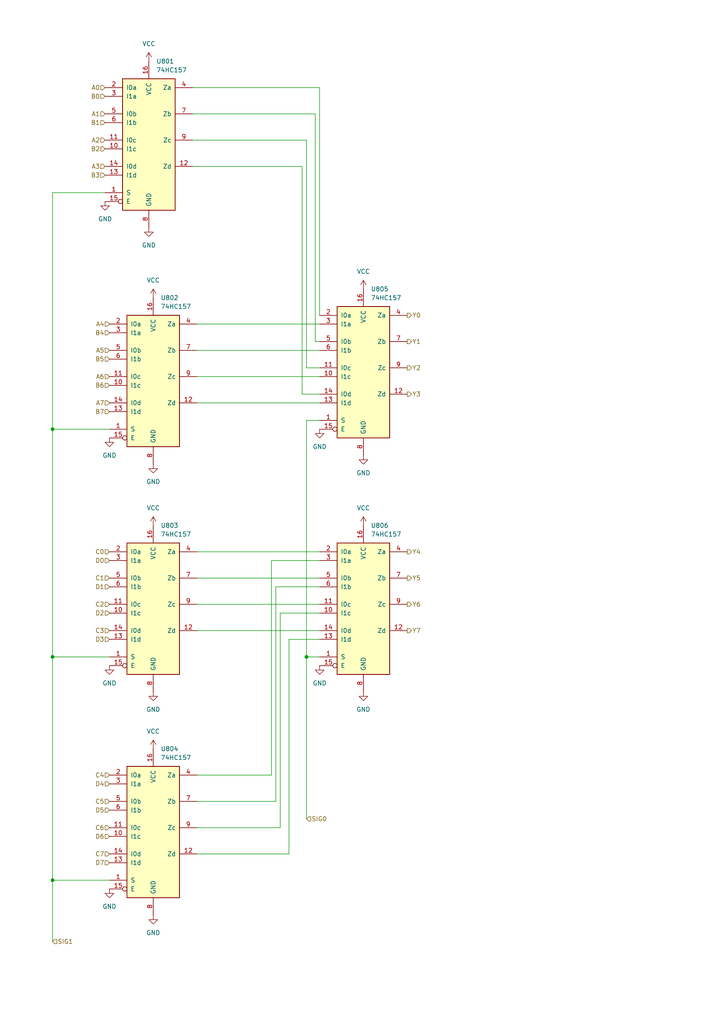
<source format=kicad_sch>
(kicad_sch (version 20250114) (generator "eeschema") (generator_version "9.0")
  (paper "A4" portrait)
  (lib_symbols
    (symbol "74xx:74LS157" (pin_names (offset 1.016))
      (property "Reference" "U" (at -7.62 19.05 0))
      (property "Value" "74LS157" (at -7.62 -21.59 0))
      (symbol "74LS157_1_0"
        (pin input line (at -12.7 15.24 0) (length 5.08) (name "I0a") (number "2"))
        (pin input line (at -12.7 12.7 0) (length 5.08) (name "I1a") (number "3"))
        (pin input line (at -12.7 7.62 0) (length 5.08) (name "I0b") (number "5"))
        (pin input line (at -12.7 5.08 0) (length 5.08) (name "I1b") (number "6"))
        (pin input line (at -12.7 0 0) (length 5.08) (name "I0c") (number "11"))
        (pin input line (at -12.7 -2.54 0) (length 5.08) (name "I1c") (number "10"))
        (pin input line (at -12.7 -7.62 0) (length 5.08) (name "I0d") (number "14"))
        (pin input line (at -12.7 -10.16 0) (length 5.08) (name "I1d") (number "13"))
        (pin input line (at -12.7 -15.24 0) (length 5.08) (name "S") (number "1"))
        (pin input inverted (at -12.7 -17.78 0) (length 5.08) (name "E") (number "15"))
        (pin power_in line (at 0 22.86 270) (length 5.08) (name "VCC") (number "16"))
        (pin power_in line (at 0 -25.4 90) (length 5.08) (name "GND") (number "8"))
        (pin output line (at 12.7 15.24 180) (length 5.08) (name "Za") (number "4"))
        (pin output line (at 12.7 7.62 180) (length 5.08) (name "Zb") (number "7"))
        (pin output line (at 12.7 0 180) (length 5.08) (name "Zc") (number "9"))
        (pin output line (at 12.7 -7.62 180) (length 5.08) (name "Zd") (number "12"))
      )
      (symbol "74LS157_1_1"
        (rectangle (start -7.62 17.78) (end 7.62 -20.32) (stroke (width 0.254)) (fill (type background)))
      )
    )
    (symbol "power:GND" (power) (pin_numbers (hide yes)) (pin_names (offset 0) (hide yes))
      (property "Value" "GND" (at 0 -3.81 0))
      (symbol "GND_0_1"
        (polyline (pts (xy 0 0) (xy 0 -1.27) (xy 1.27 -1.27) (xy 0 -2.54) (xy -1.27 -1.27) (xy 0 -1.27)))
      )
      (symbol "GND_1_1"
        (pin power_in line (at 0 0 270) (length 0) (name "~") (number "1"))
      )
    )
    (symbol "power:VCC" (power) (pin_numbers (hide yes)) (pin_names (offset 0) (hide yes))
      (property "Value" "VCC" (at 0 3.556 0))
      (symbol "VCC_0_1"
        (polyline (pts (xy -0.762 1.27) (xy 0 2.54)))
        (polyline (pts (xy 0 2.54) (xy 0.762 1.27)))
        (polyline (pts (xy 0 0) (xy 0 2.54)))
      )
      (symbol "VCC_1_1"
        (pin power_in line (at 0 0 90) (length 0) (name "~") (number "1"))
      )
    )
  )
  (junction (at 88.9 190.5))
  (junction (at 15.24 190.5))
  (junction (at 15.24 255.27))
  (junction (at 15.24 124.46))
  (wire (pts (xy 57.15 182.88) (xy 92.71 182.88)))
  (wire (pts (xy 88.9 121.92) (xy 88.9 190.5)))
  (wire (pts (xy 87.63 114.3) (xy 92.71 114.3)))
  (wire (pts (xy 80.01 170.18) (xy 92.71 170.18)))
  (wire (pts (xy 57.15 116.84) (xy 92.71 116.84)))
  (wire (pts (xy 15.24 124.46) (xy 31.75 124.46)))
  (wire (pts (xy 57.15 175.26) (xy 92.71 175.26)))
  (wire (pts (xy 30.48 55.88) (xy 15.24 55.88)))
  (wire (pts (xy 57.15 167.64) (xy 92.71 167.64)))
  (wire (pts (xy 57.15 247.65) (xy 83.82 247.65)))
  (wire (pts (xy 57.15 160.02) (xy 92.71 160.02)))
  (wire (pts (xy 55.88 33.02) (xy 91.44 33.02)))
  (wire (pts (xy 55.88 40.64) (xy 88.9 40.64)))
  (wire (pts (xy 88.9 106.68) (xy 92.71 106.68)))
  (wire (pts (xy 88.9 190.5) (xy 92.71 190.5)))
  (wire (pts (xy 81.28 240.03) (xy 81.28 177.8)))
  (wire (pts (xy 15.24 124.46) (xy 15.24 190.5)))
  (wire (pts (xy 83.82 247.65) (xy 83.82 185.42)))
  (wire (pts (xy 15.24 190.5) (xy 31.75 190.5)))
  (wire (pts (xy 15.24 255.27) (xy 15.24 273.05)))
  (wire (pts (xy 88.9 190.5) (xy 88.9 237.49)))
  (wire (pts (xy 92.71 25.4) (xy 92.71 91.44)))
  (wire (pts (xy 57.15 109.22) (xy 92.71 109.22)))
  (wire (pts (xy 88.9 40.64) (xy 88.9 106.68)))
  (wire (pts (xy 57.15 232.41) (xy 80.01 232.41)))
  (wire (pts (xy 91.44 99.06) (xy 92.71 99.06)))
  (wire (pts (xy 15.24 55.88) (xy 15.24 124.46)))
  (wire (pts (xy 92.71 121.92) (xy 88.9 121.92)))
  (wire (pts (xy 81.28 177.8) (xy 92.71 177.8)))
  (wire (pts (xy 55.88 48.26) (xy 87.63 48.26)))
  (wire (pts (xy 57.15 240.03) (xy 81.28 240.03)))
  (wire (pts (xy 15.24 255.27) (xy 31.75 255.27)))
  (wire (pts (xy 80.01 232.41) (xy 80.01 170.18)))
  (wire (pts (xy 78.74 224.79) (xy 78.74 162.56)))
  (wire (pts (xy 57.15 224.79) (xy 78.74 224.79)))
  (wire (pts (xy 15.24 190.5) (xy 15.24 255.27)))
  (wire (pts (xy 57.15 93.98) (xy 92.71 93.98)))
  (wire (pts (xy 87.63 48.26) (xy 87.63 114.3)))
  (wire (pts (xy 91.44 33.02) (xy 91.44 99.06)))
  (wire (pts (xy 57.15 101.6) (xy 92.71 101.6)))
  (wire (pts (xy 83.82 185.42) (xy 92.71 185.42)))
  (wire (pts (xy 78.74 162.56) (xy 92.71 162.56)))
  (wire (pts (xy 55.88 25.4) (xy 92.71 25.4)))
  (hierarchical_label "C6" (shape input) (at 31.75 240.03 180))
  (hierarchical_label "C3" (shape input) (at 31.75 182.88 180))
  (hierarchical_label "D2" (shape input) (at 31.75 177.8 180))
  (hierarchical_label "C5" (shape input) (at 31.75 232.41 180))
  (hierarchical_label "B0" (shape input) (at 30.48 27.94 180))
  (hierarchical_label "A3" (shape input) (at 30.48 48.26 180))
  (hierarchical_label "D6" (shape input) (at 31.75 242.57 180))
  (hierarchical_label "B6" (shape input) (at 31.75 111.76 180))
  (hierarchical_label "B2" (shape input) (at 30.48 43.18 180))
  (hierarchical_label "D4" (shape input) (at 31.75 227.33 180))
  (hierarchical_label "D3" (shape input) (at 31.75 185.42 180))
  (hierarchical_label "D0" (shape input) (at 31.75 162.56 180))
  (hierarchical_label "SIG1" (shape input) (at 15.24 273.05 0))
  (hierarchical_label "Y7" (shape output) (at 118.11 182.88 0))
  (hierarchical_label "Y6" (shape output) (at 118.11 175.26 0))
  (hierarchical_label "C2" (shape input) (at 31.75 175.26 180))
  (hierarchical_label "A6" (shape input) (at 31.75 109.22 180))
  (hierarchical_label "A4" (shape input) (at 31.75 93.98 180))
  (hierarchical_label "D1" (shape input) (at 31.75 170.18 180))
  (hierarchical_label "C1" (shape input) (at 31.75 167.64 180))
  (hierarchical_label "Y5" (shape output) (at 118.11 167.64 0))
  (hierarchical_label "Y2" (shape output) (at 118.11 106.68 0))
  (hierarchical_label "A5" (shape input) (at 31.75 101.6 180))
  (hierarchical_label "Y1" (shape output) (at 118.11 99.06 0))
  (hierarchical_label "B4" (shape input) (at 31.75 96.52 180))
  (hierarchical_label "A1" (shape input) (at 30.48 33.02 180))
  (hierarchical_label "B7" (shape input) (at 31.75 119.38 180))
  (hierarchical_label "SIG0" (shape input) (at 88.9 237.49 0))
  (hierarchical_label "Y4" (shape output) (at 118.11 160.02 0))
  (hierarchical_label "D7" (shape input) (at 31.75 250.19 180))
  (hierarchical_label "A0" (shape input) (at 30.48 25.4 180))
  (hierarchical_label "B3" (shape input) (at 30.48 50.8 180))
  (hierarchical_label "C4" (shape input) (at 31.75 224.79 180))
  (hierarchical_label "A7" (shape input) (at 31.75 116.84 180))
  (hierarchical_label "A2" (shape input) (at 30.48 40.64 180))
  (hierarchical_label "D5" (shape input) (at 31.75 234.95 180))
  (hierarchical_label "Y3" (shape output) (at 118.11 114.3 0))
  (hierarchical_label "B5" (shape input) (at 31.75 104.14 180))
  (hierarchical_label "C7" (shape input) (at 31.75 247.65 180))
  (hierarchical_label "B1" (shape input) (at 30.48 35.56 180))
  (hierarchical_label "Y0" (shape output) (at 118.11 91.44 0))
  (hierarchical_label "C0" (shape input) (at 31.75 160.02 180))
  (symbol (lib_id "power:GND") (at 31.75 193.04 0) (unit 1)
    (property "Reference" "#PWR0803" (effects (hide yes)))
    (property "Value" "GND" (at 31.75 198.12 0))
    (property "Description" "Power symbol creates a global label with name \"GND\" , ground" (effects (hide yes)))
    (instances (project "add_sub" (path "" (reference "#PWR0803") (unit 1))) (project "main_logic" (path "" (reference "#PWR01903") (unit 1)) (path "" (reference "#PWR01803") (unit 1))) (project "add_sub" (path "" (reference "#PWR0803") (unit 1)) (path "" (reference "#PWR0803") (unit 1))) (project "" (path "" (reference "#PWR0203") (unit 1)) (path "" (reference "#PWR0303") (unit 1))))
  )
  (symbol (lib_id "74xx:74LS157") (at 105.41 106.68 0) (unit 1)
    (property "Reference" "U805" (at 107.5533 83.82 0) (effects (justify left)))
    (property "Value" "74HC157" (at 107.5533 86.36 0) (effects (justify left)))
    (property "Footprint" "Package_SO:SOIC-16_3.9x9.9mm_P1.27mm" (effects (hide yes)))
    (property "Datasheet" "http://www.ti.com/lit/gpn/sn74LS157" (effects (hide yes)))
    (property "Description" "Quad 2 to 1 line Multiplexer" (effects (hide yes)))
    (instances (project "add_sub" (path "" (reference "U805") (unit 1))) (project "main_logic" (path "" (reference "U1905") (unit 1)) (path "" (reference "U1805") (unit 1))) (project "add_sub" (path "" (reference "U805") (unit 1)) (path "" (reference "U805") (unit 1))) (project "" (path "" (reference "U205") (unit 1)) (path "" (reference "U305") (unit 1))))
  )
  (symbol (lib_id "power:GND") (at 44.45 265.43 0) (unit 1)
    (property "Reference" "#PWR0812" (effects (hide yes)))
    (property "Value" "GND" (at 44.45 270.51 0))
    (property "Description" "Power symbol creates a global label with name \"GND\" , ground" (effects (hide yes)))
    (instances (project "add_sub" (path "" (reference "#PWR0812") (unit 1))) (project "main_logic" (path "" (reference "#PWR01912") (unit 1)) (path "" (reference "#PWR01812") (unit 1))) (project "add_sub" (path "" (reference "#PWR0812") (unit 1)) (path "" (reference "#PWR0812") (unit 1))) (project "" (path "" (reference "#PWR0212") (unit 1)) (path "" (reference "#PWR0312") (unit 1))))
  )
  (symbol (lib_id "74xx:74LS157") (at 105.41 175.26 0) (unit 1)
    (property "Reference" "U806" (at 107.5533 152.4 0) (effects (justify left)))
    (property "Value" "74HC157" (at 107.5533 154.94 0) (effects (justify left)))
    (property "Footprint" "Package_SO:SOIC-16_3.9x9.9mm_P1.27mm" (effects (hide yes)))
    (property "Datasheet" "http://www.ti.com/lit/gpn/sn74LS157" (effects (hide yes)))
    (property "Description" "Quad 2 to 1 line Multiplexer" (effects (hide yes)))
    (instances (project "add_sub" (path "" (reference "U806") (unit 1))) (project "main_logic" (path "" (reference "U1906") (unit 1)) (path "" (reference "U1806") (unit 1))) (project "add_sub" (path "" (reference "U806") (unit 1)) (path "" (reference "U806") (unit 1))) (project "" (path "" (reference "U206") (unit 1)) (path "" (reference "U306") (unit 1))))
  )
  (symbol (lib_id "power:VCC") (at 44.45 152.4 0) (unit 1)
    (property "Reference" "#PWR0809" (effects (hide yes)))
    (property "Value" "VCC" (at 44.45 147.32 0))
    (property "Description" "Power symbol creates a global label with name \"VCC\"" (effects (hide yes)))
    (instances (project "add_sub" (path "" (reference "#PWR0809") (unit 1))) (project "main_logic" (path "" (reference "#PWR01909") (unit 1)) (path "" (reference "#PWR01809") (unit 1))) (project "add_sub" (path "" (reference "#PWR0809") (unit 1)) (path "" (reference "#PWR0809") (unit 1))) (project "" (path "" (reference "#PWR0209") (unit 1)) (path "" (reference "#PWR0309") (unit 1))))
  )
  (symbol (lib_id "power:GND") (at 105.41 132.08 0) (unit 1)
    (property "Reference" "#PWR0816" (effects (hide yes)))
    (property "Value" "GND" (at 105.41 137.16 0))
    (property "Description" "Power symbol creates a global label with name \"GND\" , ground" (effects (hide yes)))
    (instances (project "add_sub" (path "" (reference "#PWR0816") (unit 1))) (project "main_logic" (path "" (reference "#PWR01918") (unit 1)) (path "" (reference "#PWR01816") (unit 1))) (project "add_sub" (path "" (reference "#PWR0816") (unit 1)) (path "" (reference "#PWR0816") (unit 1))) (project "" (path "" (reference "#PWR0216") (unit 1)) (path "" (reference "#PWR0316") (unit 1))))
  )
  (symbol (lib_id "power:VCC") (at 44.45 217.17 0) (unit 1)
    (property "Reference" "#PWR0811" (effects (hide yes)))
    (property "Value" "VCC" (at 44.45 212.09 0))
    (property "Description" "Power symbol creates a global label with name \"VCC\"" (effects (hide yes)))
    (instances (project "add_sub" (path "" (reference "#PWR0811") (unit 1))) (project "main_logic" (path "" (reference "#PWR01911") (unit 1)) (path "" (reference "#PWR01811") (unit 1))) (project "add_sub" (path "" (reference "#PWR0811") (unit 1)) (path "" (reference "#PWR0811") (unit 1))) (project "" (path "" (reference "#PWR0211") (unit 1)) (path "" (reference "#PWR0311") (unit 1))))
  )
  (symbol (lib_id "power:GND") (at 92.71 124.46 0) (unit 1)
    (property "Reference" "#PWR0813" (effects (hide yes)))
    (property "Value" "GND" (at 92.71 129.54 0))
    (property "Description" "Power symbol creates a global label with name \"GND\" , ground" (effects (hide yes)))
    (instances (project "add_sub" (path "" (reference "#PWR0813") (unit 1))) (project "main_logic" (path "" (reference "#PWR01913") (unit 1)) (path "" (reference "#PWR01813") (unit 1))) (project "add_sub" (path "" (reference "#PWR0813") (unit 1)) (path "" (reference "#PWR0813") (unit 1))) (project "" (path "" (reference "#PWR0213") (unit 1)) (path "" (reference "#PWR0313") (unit 1))))
  )
  (symbol (lib_id "power:VCC") (at 43.18 17.78 0) (unit 1)
    (property "Reference" "#PWR0805" (effects (hide yes)))
    (property "Value" "VCC" (at 43.18 12.7 0))
    (property "Description" "Power symbol creates a global label with name \"VCC\"" (effects (hide yes)))
    (instances (project "add_sub" (path "" (reference "#PWR0805") (unit 1))) (project "main_logic" (path "" (reference "#PWR01905") (unit 1)) (path "" (reference "#PWR01805") (unit 1))) (project "add_sub" (path "" (reference "#PWR0805") (unit 1)) (path "" (reference "#PWR0805") (unit 1))) (project "" (path "" (reference "#PWR0205") (unit 1)) (path "" (reference "#PWR0305") (unit 1))))
  )
  (symbol (lib_id "power:GND") (at 105.41 200.66 0) (unit 1)
    (property "Reference" "#PWR0818" (effects (hide yes)))
    (property "Value" "GND" (at 105.41 205.74 0))
    (property "Description" "Power symbol creates a global label with name \"GND\" , ground" (effects (hide yes)))
    (instances (project "add_sub" (path "" (reference "#PWR0818") (unit 1))) (project "main_logic" (path "" (reference "#PWR01920") (unit 1)) (path "" (reference "#PWR01818") (unit 1))) (project "add_sub" (path "" (reference "#PWR0818") (unit 1)) (path "" (reference "#PWR0818") (unit 1))) (project "" (path "" (reference "#PWR0218") (unit 1)) (path "" (reference "#PWR0318") (unit 1))))
  )
  (symbol (lib_id "74xx:74LS157") (at 44.45 175.26 0) (unit 1)
    (property "Reference" "U803" (at 46.5933 152.4 0) (effects (justify left)))
    (property "Value" "74HC157" (at 46.5933 154.94 0) (effects (justify left)))
    (property "Footprint" "Package_SO:SOIC-16_3.9x9.9mm_P1.27mm" (effects (hide yes)))
    (property "Datasheet" "http://www.ti.com/lit/gpn/sn74LS157" (effects (hide yes)))
    (property "Description" "Quad 2 to 1 line Multiplexer" (effects (hide yes)))
    (instances (project "add_sub" (path "" (reference "U803") (unit 1))) (project "main_logic" (path "" (reference "U1903") (unit 1)) (path "" (reference "U1803") (unit 1))) (project "add_sub" (path "" (reference "U803") (unit 1)) (path "" (reference "U803") (unit 1))) (project "" (path "" (reference "U203") (unit 1)) (path "" (reference "U303") (unit 1))))
  )
  (symbol (lib_id "74xx:74LS157") (at 44.45 109.22 0) (unit 1)
    (property "Reference" "U802" (at 46.5933 86.36 0) (effects (justify left)))
    (property "Value" "74HC157" (at 46.5933 88.9 0) (effects (justify left)))
    (property "Footprint" "Package_SO:SOIC-16_3.9x9.9mm_P1.27mm" (effects (hide yes)))
    (property "Datasheet" "http://www.ti.com/lit/gpn/sn74LS157" (effects (hide yes)))
    (property "Description" "Quad 2 to 1 line Multiplexer" (effects (hide yes)))
    (instances (project "add_sub" (path "" (reference "U802") (unit 1))) (project "main_logic" (path "" (reference "U1902") (unit 1)) (path "" (reference "U1802") (unit 1))) (project "add_sub" (path "" (reference "U802") (unit 1)) (path "" (reference "U802") (unit 1))) (project "" (path "" (reference "U202") (unit 1)) (path "" (reference "U302") (unit 1))))
  )
  (symbol (lib_id "power:GND") (at 30.48 58.42 0) (unit 1)
    (property "Reference" "#PWR0801" (effects (hide yes)))
    (property "Value" "GND" (at 30.48 63.5 0))
    (property "Description" "Power symbol creates a global label with name \"GND\" , ground" (effects (hide yes)))
    (instances (project "add_sub" (path "" (reference "#PWR0801") (unit 1))) (project "main_logic" (path "" (reference "#PWR01901") (unit 1)) (path "" (reference "#PWR01801") (unit 1))) (project "add_sub" (path "" (reference "#PWR0801") (unit 1)) (path "" (reference "#PWR0801") (unit 1))) (project "" (path "" (reference "#PWR0201") (unit 1)) (path "" (reference "#PWR0301") (unit 1))))
  )
  (symbol (lib_id "power:VCC") (at 105.41 83.82 0) (unit 1)
    (property "Reference" "#PWR0815" (effects (hide yes)))
    (property "Value" "VCC" (at 105.41 78.74 0))
    (property "Description" "Power symbol creates a global label with name \"VCC\"" (effects (hide yes)))
    (instances (project "add_sub" (path "" (reference "#PWR0815") (unit 1))) (project "main_logic" (path "" (reference "#PWR01917") (unit 1)) (path "" (reference "#PWR01815") (unit 1))) (project "add_sub" (path "" (reference "#PWR0815") (unit 1)) (path "" (reference "#PWR0815") (unit 1))) (project "" (path "" (reference "#PWR0215") (unit 1)) (path "" (reference "#PWR0315") (unit 1))))
  )
  (symbol (lib_id "power:GND") (at 43.18 66.04 0) (unit 1)
    (property "Reference" "#PWR0806" (effects (hide yes)))
    (property "Value" "GND" (at 43.18 71.12 0))
    (property "Description" "Power symbol creates a global label with name \"GND\" , ground" (effects (hide yes)))
    (instances (project "add_sub" (path "" (reference "#PWR0806") (unit 1))) (project "main_logic" (path "" (reference "#PWR01906") (unit 1)) (path "" (reference "#PWR01806") (unit 1))) (project "add_sub" (path "" (reference "#PWR0806") (unit 1)) (path "" (reference "#PWR0806") (unit 1))) (project "" (path "" (reference "#PWR0206") (unit 1)) (path "" (reference "#PWR0306") (unit 1))))
  )
  (symbol (lib_id "power:GND") (at 31.75 127 0) (unit 1)
    (property "Reference" "#PWR0802" (effects (hide yes)))
    (property "Value" "GND" (at 31.75 132.08 0))
    (property "Description" "Power symbol creates a global label with name \"GND\" , ground" (effects (hide yes)))
    (instances (project "add_sub" (path "" (reference "#PWR0802") (unit 1))) (project "main_logic" (path "" (reference "#PWR01902") (unit 1)) (path "" (reference "#PWR01802") (unit 1))) (project "add_sub" (path "" (reference "#PWR0802") (unit 1)) (path "" (reference "#PWR0802") (unit 1))) (project "" (path "" (reference "#PWR0202") (unit 1)) (path "" (reference "#PWR0302") (unit 1))))
  )
  (symbol (lib_id "power:GND") (at 92.71 193.04 0) (unit 1)
    (property "Reference" "#PWR0814" (effects (hide yes)))
    (property "Value" "GND" (at 92.71 198.12 0))
    (property "Description" "Power symbol creates a global label with name \"GND\" , ground" (effects (hide yes)))
    (instances (project "add_sub" (path "" (reference "#PWR0814") (unit 1))) (project "main_logic" (path "" (reference "#PWR01914") (unit 1)) (path "" (reference "#PWR01814") (unit 1))) (project "add_sub" (path "" (reference "#PWR0814") (unit 1)) (path "" (reference "#PWR0814") (unit 1))) (project "" (path "" (reference "#PWR0214") (unit 1)) (path "" (reference "#PWR0314") (unit 1))))
  )
  (symbol (lib_id "power:VCC") (at 105.41 152.4 0) (unit 1)
    (property "Reference" "#PWR0817" (effects (hide yes)))
    (property "Value" "VCC" (at 105.41 147.32 0))
    (property "Description" "Power symbol creates a global label with name \"VCC\"" (effects (hide yes)))
    (instances (project "add_sub" (path "" (reference "#PWR0817") (unit 1))) (project "main_logic" (path "" (reference "#PWR01919") (unit 1)) (path "" (reference "#PWR01817") (unit 1))) (project "add_sub" (path "" (reference "#PWR0817") (unit 1)) (path "" (reference "#PWR0817") (unit 1))) (project "" (path "" (reference "#PWR0217") (unit 1)) (path "" (reference "#PWR0317") (unit 1))))
  )
  (symbol (lib_id "power:GND") (at 44.45 200.66 0) (unit 1)
    (property "Reference" "#PWR0810" (effects (hide yes)))
    (property "Value" "GND" (at 44.45 205.74 0))
    (property "Description" "Power symbol creates a global label with name \"GND\" , ground" (effects (hide yes)))
    (instances (project "add_sub" (path "" (reference "#PWR0810") (unit 1))) (project "main_logic" (path "" (reference "#PWR01910") (unit 1)) (path "" (reference "#PWR01810") (unit 1))) (project "add_sub" (path "" (reference "#PWR0810") (unit 1)) (path "" (reference "#PWR0810") (unit 1))) (project "" (path "" (reference "#PWR0210") (unit 1)) (path "" (reference "#PWR0310") (unit 1))))
  )
  (symbol (lib_id "74xx:74LS157") (at 44.45 240.03 0) (unit 1)
    (property "Reference" "U804" (at 46.5933 217.17 0) (effects (justify left)))
    (property "Value" "74HC157" (at 46.5933 219.71 0) (effects (justify left)))
    (property "Footprint" "Package_SO:SOIC-16_3.9x9.9mm_P1.27mm" (effects (hide yes)))
    (property "Datasheet" "http://www.ti.com/lit/gpn/sn74LS157" (effects (hide yes)))
    (property "Description" "Quad 2 to 1 line Multiplexer" (effects (hide yes)))
    (instances (project "add_sub" (path "" (reference "U804") (unit 1))) (project "main_logic" (path "" (reference "U1904") (unit 1)) (path "" (reference "U1804") (unit 1))) (project "add_sub" (path "" (reference "U804") (unit 1)) (path "" (reference "U804") (unit 1))) (project "" (path "" (reference "U204") (unit 1)) (path "" (reference "U304") (unit 1))))
  )
  (symbol (lib_id "power:GND") (at 31.75 257.81 0) (unit 1)
    (property "Reference" "#PWR0804" (effects (hide yes)))
    (property "Value" "GND" (at 31.75 262.89 0))
    (property "Description" "Power symbol creates a global label with name \"GND\" , ground" (effects (hide yes)))
    (instances (project "add_sub" (path "" (reference "#PWR0804") (unit 1))) (project "main_logic" (path "" (reference "#PWR01904") (unit 1)) (path "" (reference "#PWR01804") (unit 1))) (project "add_sub" (path "" (reference "#PWR0804") (unit 1)) (path "" (reference "#PWR0804") (unit 1))) (project "" (path "" (reference "#PWR0204") (unit 1)) (path "" (reference "#PWR0304") (unit 1))))
  )
  (symbol (lib_id "power:GND") (at 44.45 134.62 0) (unit 1)
    (property "Reference" "#PWR0808" (effects (hide yes)))
    (property "Value" "GND" (at 44.45 139.7 0))
    (property "Description" "Power symbol creates a global label with name \"GND\" , ground" (effects (hide yes)))
    (instances (project "add_sub" (path "" (reference "#PWR0808") (unit 1))) (project "main_logic" (path "" (reference "#PWR01908") (unit 1)) (path "" (reference "#PWR01808") (unit 1))) (project "add_sub" (path "" (reference "#PWR0808") (unit 1)) (path "" (reference "#PWR0808") (unit 1))) (project "" (path "" (reference "#PWR0208") (unit 1)) (path "" (reference "#PWR0308") (unit 1))))
  )
  (symbol (lib_id "74xx:74LS157") (at 43.18 40.64 0) (unit 1)
    (property "Reference" "U801" (at 45.3233 17.78 0) (effects (justify left)))
    (property "Value" "74HC157" (at 45.3233 20.32 0) (effects (justify left)))
    (property "Footprint" "Package_SO:SOIC-16_3.9x9.9mm_P1.27mm" (effects (hide yes)))
    (property "Datasheet" "http://www.ti.com/lit/gpn/sn74LS157" (effects (hide yes)))
    (property "Description" "Quad 2 to 1 line Multiplexer" (effects (hide yes)))
    (instances (project "add_sub" (path "" (reference "U801") (unit 1))) (project "main_logic" (path "" (reference "U1901") (unit 1)) (path "" (reference "U1801") (unit 1))) (project "add_sub" (path "" (reference "U801") (unit 1)) (path "" (reference "U801") (unit 1))) (project "" (path "" (reference "U201") (unit 1)) (path "" (reference "U301") (unit 1))))
  )
  (symbol (lib_id "power:VCC") (at 44.45 86.36 0) (unit 1)
    (property "Reference" "#PWR0807" (effects (hide yes)))
    (property "Value" "VCC" (at 44.45 81.28 0))
    (property "Description" "Power symbol creates a global label with name \"VCC\"" (effects (hide yes)))
    (instances (project "add_sub" (path "" (reference "#PWR0807") (unit 1))) (project "main_logic" (path "" (reference "#PWR01907") (unit 1)) (path "" (reference "#PWR01807") (unit 1))) (project "add_sub" (path "" (reference "#PWR0807") (unit 1)) (path "" (reference "#PWR0807") (unit 1))) (project "" (path "" (reference "#PWR0207") (unit 1)) (path "" (reference "#PWR0307") (unit 1))))
  )
)
</source>
